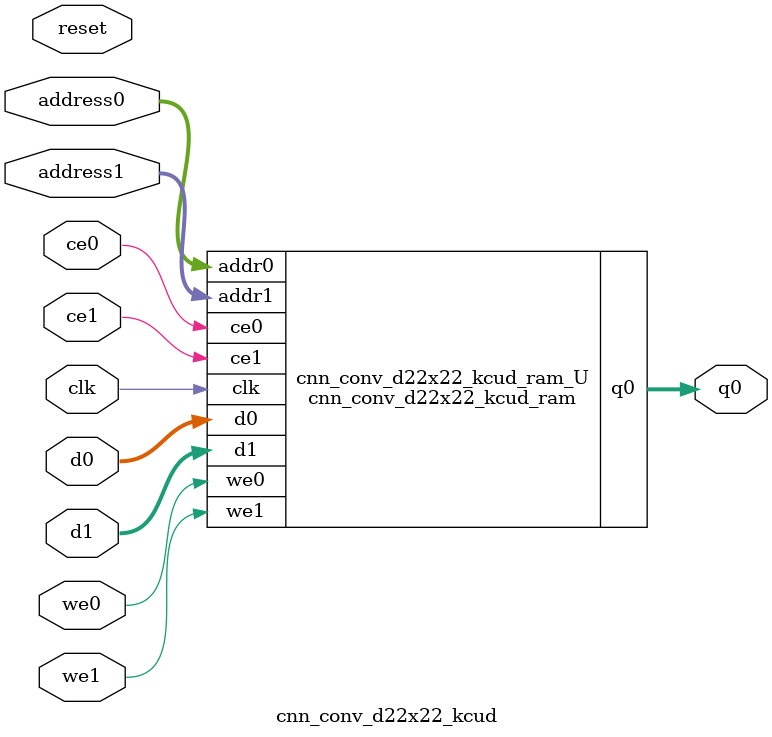
<source format=v>

`timescale 1 ns / 1 ps
module cnn_conv_d22x22_kcud_ram (addr0, ce0, d0, we0, q0, addr1, ce1, d1, we1,  clk);

parameter DWIDTH = 32;
parameter AWIDTH = 5;
parameter MEM_SIZE = 22;

input[AWIDTH-1:0] addr0;
input ce0;
input[DWIDTH-1:0] d0;
input we0;
output reg[DWIDTH-1:0] q0;
input[AWIDTH-1:0] addr1;
input ce1;
input[DWIDTH-1:0] d1;
input we1;
input clk;

(* ram_style = "block" *)reg [DWIDTH-1:0] ram[0:MEM_SIZE-1];




always @(posedge clk)  
begin 
    if (ce0) 
    begin
        if (we0) 
        begin 
            ram[addr0] <= d0; 
            q0 <= d0;
        end 
        else 
            q0 <= ram[addr0];
    end
end


always @(posedge clk)  
begin 
    if (ce1) 
    begin
        if (we1) 
        begin 
            ram[addr1] <= d1; 
        end 
    end
end


endmodule


`timescale 1 ns / 1 ps
module cnn_conv_d22x22_kcud(
    reset,
    clk,
    address0,
    ce0,
    we0,
    d0,
    q0,
    address1,
    ce1,
    we1,
    d1);

parameter DataWidth = 32'd32;
parameter AddressRange = 32'd22;
parameter AddressWidth = 32'd5;
input reset;
input clk;
input[AddressWidth - 1:0] address0;
input ce0;
input we0;
input[DataWidth - 1:0] d0;
output[DataWidth - 1:0] q0;
input[AddressWidth - 1:0] address1;
input ce1;
input we1;
input[DataWidth - 1:0] d1;



cnn_conv_d22x22_kcud_ram cnn_conv_d22x22_kcud_ram_U(
    .clk( clk ),
    .addr0( address0 ),
    .ce0( ce0 ),
    .d0( d0 ),
    .we0( we0 ),
    .q0( q0 ),
    .addr1( address1 ),
    .ce1( ce1 ),
    .d1( d1 ),
    .we1( we1 ));

endmodule


</source>
